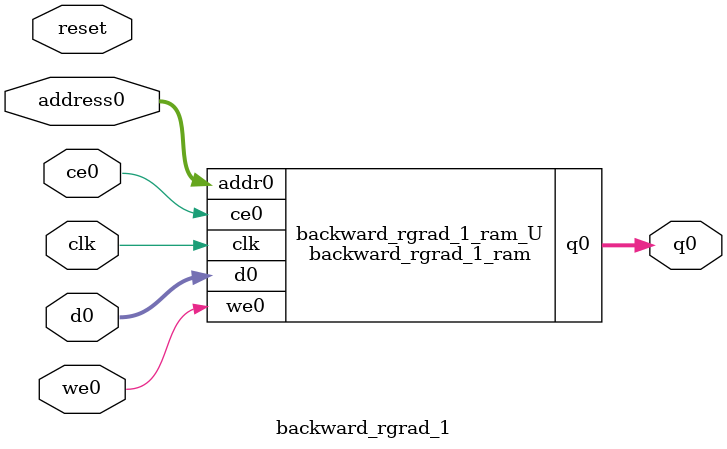
<source format=v>
`timescale 1 ns / 1 ps
module backward_rgrad_1_ram (addr0, ce0, d0, we0, q0,  clk);

parameter DWIDTH = 32;
parameter AWIDTH = 5;
parameter MEM_SIZE = 20;

input[AWIDTH-1:0] addr0;
input ce0;
input[DWIDTH-1:0] d0;
input we0;
output reg[DWIDTH-1:0] q0;
input clk;

(* ram_style = "distributed" *)reg [DWIDTH-1:0] ram[0:MEM_SIZE-1];




always @(posedge clk)  
begin 
    if (ce0) 
    begin
        if (we0) 
        begin 
            ram[addr0] <= d0; 
        end 
        q0 <= ram[addr0];
    end
end


endmodule

`timescale 1 ns / 1 ps
module backward_rgrad_1(
    reset,
    clk,
    address0,
    ce0,
    we0,
    d0,
    q0);

parameter DataWidth = 32'd32;
parameter AddressRange = 32'd20;
parameter AddressWidth = 32'd5;
input reset;
input clk;
input[AddressWidth - 1:0] address0;
input ce0;
input we0;
input[DataWidth - 1:0] d0;
output[DataWidth - 1:0] q0;



backward_rgrad_1_ram backward_rgrad_1_ram_U(
    .clk( clk ),
    .addr0( address0 ),
    .ce0( ce0 ),
    .we0( we0 ),
    .d0( d0 ),
    .q0( q0 ));

endmodule


</source>
